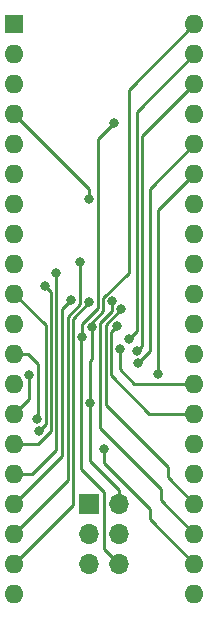
<source format=gbr>
%TF.GenerationSoftware,KiCad,Pcbnew,6.0.2-378541a8eb~116~ubuntu21.10.1*%
%TF.CreationDate,2022-02-13T12:51:07+01:00*%
%TF.ProjectId,QL_IC24,514c5f49-4332-4342-9e6b-696361645f70,00*%
%TF.SameCoordinates,Original*%
%TF.FileFunction,Copper,L2,Bot*%
%TF.FilePolarity,Positive*%
%FSLAX46Y46*%
G04 Gerber Fmt 4.6, Leading zero omitted, Abs format (unit mm)*
G04 Created by KiCad (PCBNEW 6.0.2-378541a8eb~116~ubuntu21.10.1) date 2022-02-13 12:51:07*
%MOMM*%
%LPD*%
G01*
G04 APERTURE LIST*
%TA.AperFunction,ComponentPad*%
%ADD10R,1.700000X1.700000*%
%TD*%
%TA.AperFunction,ComponentPad*%
%ADD11O,1.700000X1.700000*%
%TD*%
%TA.AperFunction,ComponentPad*%
%ADD12R,1.600000X1.600000*%
%TD*%
%TA.AperFunction,ComponentPad*%
%ADD13O,1.600000X1.600000*%
%TD*%
%TA.AperFunction,ViaPad*%
%ADD14C,0.800000*%
%TD*%
%TA.AperFunction,Conductor*%
%ADD15C,0.250000*%
%TD*%
G04 APERTURE END LIST*
D10*
%TO.P,J2,1,Pin_1*%
%TO.N,/DTR*%
X120650000Y-109220000D03*
D11*
%TO.P,J2,2,Pin_2*%
%TO.N,+5V*%
X123190000Y-109220000D03*
%TO.P,J2,3,Pin_3*%
%TO.N,/CTS*%
X120650000Y-111760000D03*
%TO.P,J2,4,Pin_4*%
%TO.N,/COMCTL*%
X123190000Y-111760000D03*
%TO.P,J2,5,Pin_5*%
%TO.N,unconnected-(J2-Pad5)*%
X120650000Y-114300000D03*
%TO.P,J2,6,Pin_6*%
%TO.N,GND*%
X123190000Y-114300000D03*
%TD*%
D12*
%TO.P,J1,1,Pin_1*%
%TO.N,unconnected-(J1-Pad1)*%
X114300000Y-68580000D03*
D13*
%TO.P,J1,2,Pin_2*%
%TO.N,/XTAL1*%
X114300000Y-71120000D03*
%TO.P,J1,3,Pin_3*%
%TO.N,/XTAL2*%
X114300000Y-73660000D03*
%TO.P,J1,4,Pin_4*%
%TO.N,/~{RESET}*%
X114300000Y-76200000D03*
%TO.P,J1,5,Pin_5*%
%TO.N,unconnected-(J1-Pad5)*%
X114300000Y-78740000D03*
%TO.P,J1,6,Pin_6*%
%TO.N,/~{INT}*%
X114300000Y-81280000D03*
%TO.P,J1,7,Pin_7*%
%TO.N,unconnected-(J1-Pad7)*%
X114300000Y-83820000D03*
%TO.P,J1,8,Pin_8*%
%TO.N,unconnected-(J1-Pad8)*%
X114300000Y-86360000D03*
%TO.P,J1,9,Pin_9*%
%TO.N,unconnected-(J1-Pad9)*%
X114300000Y-88900000D03*
%TO.P,J1,10,Pin_10*%
%TO.N,/COMCTL*%
X114300000Y-91440000D03*
%TO.P,J1,11,Pin_11*%
%TO.N,unconnected-(J1-Pad11)*%
X114300000Y-93980000D03*
%TO.P,J1,12,Pin_12*%
%TO.N,/KBI0*%
X114300000Y-96520000D03*
%TO.P,J1,13,Pin_13*%
%TO.N,/KBI1*%
X114300000Y-99060000D03*
%TO.P,J1,14,Pin_14*%
%TO.N,/KBI2*%
X114300000Y-101600000D03*
%TO.P,J1,15,Pin_15*%
%TO.N,/KBI3*%
X114300000Y-104140000D03*
%TO.P,J1,16,Pin_16*%
%TO.N,/KBI4*%
X114300000Y-106680000D03*
%TO.P,J1,17,Pin_17*%
%TO.N,/KBI5*%
X114300000Y-109220000D03*
%TO.P,J1,18,Pin_18*%
%TO.N,/KBI6*%
X114300000Y-111760000D03*
%TO.P,J1,19,Pin_19*%
%TO.N,/KBI7*%
X114300000Y-114300000D03*
%TO.P,J1,20,Pin_20*%
%TO.N,GND*%
X114300000Y-116840000D03*
%TO.P,J1,21,Pin_21*%
%TO.N,unconnected-(J1-Pad21)*%
X129540000Y-116840000D03*
%TO.P,J1,22,Pin_22*%
%TO.N,/SPK*%
X129540000Y-114300000D03*
%TO.P,J1,23,Pin_23*%
%TO.N,/~{IPL2{slash}0}*%
X129540000Y-111760000D03*
%TO.P,J1,24,Pin_24*%
%TO.N,/~{IPL1}*%
X129540000Y-109220000D03*
%TO.P,J1,25,Pin_25*%
%TO.N,unconnected-(J1-Pad25)*%
X129540000Y-106680000D03*
%TO.P,J1,26,Pin_26*%
%TO.N,unconnected-(J1-Pad26)*%
X129540000Y-104140000D03*
%TO.P,J1,27,Pin_27*%
%TO.N,/KBO0*%
X129540000Y-101600000D03*
%TO.P,J1,28,Pin_28*%
%TO.N,/KBO1*%
X129540000Y-99060000D03*
%TO.P,J1,29,Pin_29*%
%TO.N,/KBO2*%
X129540000Y-96520000D03*
%TO.P,J1,30,Pin_30*%
%TO.N,/KBO3*%
X129540000Y-93980000D03*
%TO.P,J1,31,Pin_31*%
%TO.N,/KBO4*%
X129540000Y-91440000D03*
%TO.P,J1,32,Pin_32*%
%TO.N,/KBO5*%
X129540000Y-88900000D03*
%TO.P,J1,33,Pin_33*%
%TO.N,/KBO6*%
X129540000Y-86360000D03*
%TO.P,J1,34,Pin_34*%
%TO.N,/KBO7*%
X129540000Y-83820000D03*
%TO.P,J1,35,Pin_35*%
%TO.N,/CTS*%
X129540000Y-81280000D03*
%TO.P,J1,36,Pin_36*%
%TO.N,/DTR*%
X129540000Y-78740000D03*
%TO.P,J1,37,Pin_37*%
%TO.N,unconnected-(J1-Pad37)*%
X129540000Y-76200000D03*
%TO.P,J1,38,Pin_38*%
%TO.N,/COMDATA*%
X129540000Y-73660000D03*
%TO.P,J1,39,Pin_39*%
%TO.N,/BAUDX4*%
X129540000Y-71120000D03*
%TO.P,J1,40,Pin_40*%
%TO.N,+5V*%
X129540000Y-68580000D03*
%TD*%
D14*
%TO.N,+5V*%
X120842200Y-94216800D03*
X120698500Y-100717700D03*
%TO.N,/BAUDX4*%
X123969800Y-95279700D03*
%TO.N,/COMDATA*%
X124697500Y-96290400D03*
%TO.N,/DTR*%
X124725000Y-97290800D03*
%TO.N,/CTS*%
X126492000Y-98202400D03*
%TO.N,/KBO1*%
X123203900Y-96114200D03*
%TO.N,/KBO0*%
X122944000Y-94190000D03*
%TO.N,/~{IPL1}*%
X123344900Y-92763400D03*
%TO.N,/~{IPL2{slash}0}*%
X122562500Y-92087000D03*
%TO.N,/SPK*%
X121874100Y-104570400D03*
%TO.N,GND*%
X120044100Y-95109800D03*
X122725200Y-77014900D03*
%TO.N,/KBI7*%
X120650700Y-92163800D03*
%TO.N,/KBI6*%
X119853700Y-88772200D03*
%TO.N,/KBI5*%
X119125000Y-91998600D03*
%TO.N,/KBI4*%
X117856000Y-89662000D03*
%TO.N,/KBI3*%
X116926800Y-90793500D03*
%TO.N,/KBI2*%
X115560500Y-98330800D03*
%TO.N,/KBI0*%
X116236000Y-102004300D03*
%TO.N,/COMCTL*%
X116385300Y-103017100D03*
%TO.N,/~{RESET}*%
X120650700Y-83394700D03*
%TD*%
D15*
%TO.N,/KBI4*%
X117856000Y-89662000D02*
X117861220Y-89667220D01*
X117861220Y-89667220D02*
X117861220Y-104642780D01*
X115824000Y-106680000D02*
X114300000Y-106680000D01*
X117861220Y-104642780D02*
X115824000Y-106680000D01*
%TO.N,+5V*%
X120842200Y-96966200D02*
X120842200Y-94216800D01*
X120698500Y-100717700D02*
X120698500Y-97109900D01*
X120698500Y-97109900D02*
X120842200Y-96966200D01*
%TO.N,/CTS*%
X126492000Y-98202400D02*
X126492000Y-84328000D01*
X126492000Y-84328000D02*
X129540000Y-81280000D01*
%TO.N,/KBO1*%
X123203900Y-96114200D02*
X123203900Y-97803900D01*
X123203900Y-97803900D02*
X124460000Y-99060000D01*
X124460000Y-99060000D02*
X129540000Y-99060000D01*
%TO.N,/KBO0*%
X129540000Y-101600000D02*
X125730000Y-101600000D01*
X125730000Y-101600000D02*
X122469900Y-98339900D01*
X122469900Y-98339900D02*
X122469900Y-94664100D01*
X122469900Y-94664100D02*
X122944000Y-94190000D01*
%TO.N,/DTR*%
X129540000Y-78740000D02*
X125753200Y-82526800D01*
X125753200Y-82526800D02*
X125753200Y-96262600D01*
X125753200Y-96262600D02*
X124725000Y-97290800D01*
%TO.N,/COMDATA*%
X129540000Y-73660000D02*
X125099300Y-78100700D01*
X125099300Y-78100700D02*
X125099300Y-95888600D01*
X125099300Y-95888600D02*
X124697500Y-96290400D01*
%TO.N,/BAUDX4*%
X129540000Y-71120000D02*
X124648900Y-76011100D01*
X124648900Y-76011100D02*
X124648900Y-94600600D01*
X124648900Y-94600600D02*
X123969800Y-95279700D01*
%TO.N,+5V*%
X129540000Y-68580000D02*
X123975900Y-74144100D01*
X123975900Y-74144100D02*
X123975900Y-89647900D01*
X123975900Y-89647900D02*
X121837200Y-91786600D01*
X121837200Y-91786600D02*
X121837200Y-92910100D01*
X121837200Y-92910100D02*
X120842200Y-93905100D01*
X120842200Y-93905100D02*
X120842200Y-94216800D01*
%TO.N,/~{RESET}*%
X114300000Y-76200000D02*
X120650700Y-82550700D01*
X120650700Y-82550700D02*
X120650700Y-83394700D01*
%TO.N,/COMCTL*%
X114300000Y-91440000D02*
X116961300Y-94101300D01*
X116961300Y-102441100D02*
X116385300Y-103017100D01*
X116961300Y-94101300D02*
X116961300Y-102441100D01*
%TO.N,/KBI2*%
X115560500Y-98330800D02*
X115560500Y-100339500D01*
X115560500Y-100339500D02*
X114300000Y-101600000D01*
%TO.N,/KBI5*%
X114300000Y-109220000D02*
X118366600Y-105153400D01*
X118366600Y-105153400D02*
X118366600Y-92757000D01*
X118366600Y-92757000D02*
X119125000Y-91998600D01*
%TO.N,/KBI6*%
X114300000Y-111760000D02*
X118816900Y-107243100D01*
X118816900Y-107243100D02*
X118816900Y-93360700D01*
X118816900Y-93360700D02*
X119853700Y-92323900D01*
X119853700Y-92323900D02*
X119853700Y-88772200D01*
%TO.N,/KBI7*%
X114300000Y-114300000D02*
X119267400Y-109332600D01*
X119267400Y-109332600D02*
X119267400Y-93547100D01*
X119267400Y-93547100D02*
X120650700Y-92163800D01*
%TO.N,/~{IPL1}*%
X122019600Y-100855600D02*
X127295000Y-106131000D01*
X129540000Y-109220000D02*
X127295000Y-106975000D01*
X127295000Y-106975000D02*
X127295000Y-106131000D01*
%TO.N,/~{IPL2{slash}0}*%
X121569300Y-102840900D02*
X126712200Y-107983800D01*
X129540000Y-111760000D02*
X126712200Y-108932200D01*
X126712200Y-108932200D02*
X126712200Y-107983800D01*
%TO.N,/SPK*%
X125770950Y-109687050D02*
X121874100Y-105790200D01*
X129540000Y-114300000D02*
X125770950Y-110530950D01*
X125770950Y-110530950D02*
X125770950Y-109687050D01*
%TO.N,GND*%
X123190000Y-114300000D02*
X121920000Y-113030000D01*
X121920000Y-113030000D02*
X121920000Y-108252900D01*
X121920000Y-108252900D02*
X119973100Y-106306000D01*
X119973100Y-106306000D02*
X119973100Y-95180800D01*
X119973100Y-95180800D02*
X120044100Y-95109800D01*
%TO.N,+5V*%
X123190000Y-109220000D02*
X123190000Y-108044700D01*
X120698500Y-105553200D02*
X120698500Y-100717700D01*
X123190000Y-108044700D02*
X120698500Y-105553200D01*
%TO.N,/~{IPL1}*%
X122019600Y-94088700D02*
X122019600Y-100855600D01*
X123344900Y-92763400D02*
X122019600Y-94088700D01*
%TO.N,/~{IPL2{slash}0}*%
X121569300Y-93902100D02*
X121569300Y-102840900D01*
X122562500Y-92908900D02*
X121569300Y-93902100D01*
X122562500Y-92087000D02*
X122562500Y-92908900D01*
%TO.N,/SPK*%
X121874100Y-105790200D02*
X121874100Y-104570400D01*
%TO.N,GND*%
X121376000Y-78364100D02*
X122725200Y-77014900D01*
X121376000Y-92657300D02*
X121376000Y-78364100D01*
X120044100Y-93989200D02*
X121376000Y-92657300D01*
X120044100Y-95109800D02*
X120044100Y-93989200D01*
%TO.N,/KBI3*%
X117411700Y-91278400D02*
X116926800Y-90793500D01*
X117411700Y-103016500D02*
X117411700Y-91278400D01*
X116288200Y-104140000D02*
X117411700Y-103016500D01*
X114300000Y-104140000D02*
X116288200Y-104140000D01*
%TO.N,/KBI0*%
X114300000Y-96520000D02*
X115425300Y-96520000D01*
X116285900Y-101954400D02*
X116236000Y-102004300D01*
X116285900Y-97380600D02*
X116285900Y-101954400D01*
X115425300Y-96520000D02*
X116285900Y-97380600D01*
%TD*%
M02*

</source>
